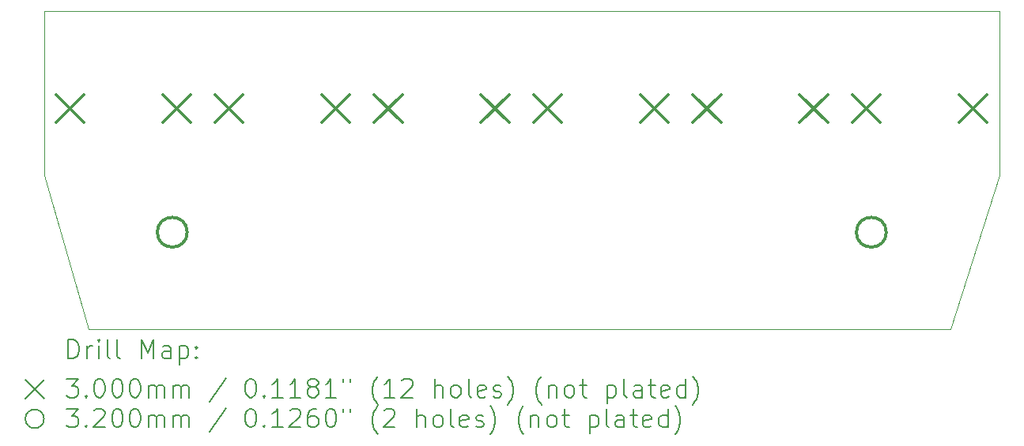
<source format=gbr>
%TF.GenerationSoftware,KiCad,Pcbnew,8.0.1*%
%TF.CreationDate,2024-06-26T21:25:34+01:00*%
%TF.ProjectId,MINI_TRUNK_6_MAIN,4d494e49-5f54-4525-954e-4b5f365f4d41,rev?*%
%TF.SameCoordinates,Original*%
%TF.FileFunction,Drillmap*%
%TF.FilePolarity,Positive*%
%FSLAX45Y45*%
G04 Gerber Fmt 4.5, Leading zero omitted, Abs format (unit mm)*
G04 Created by KiCad (PCBNEW 8.0.1) date 2024-06-26 21:25:34*
%MOMM*%
%LPD*%
G01*
G04 APERTURE LIST*
%ADD10C,0.050000*%
%ADD11C,0.200000*%
%ADD12C,0.300000*%
%ADD13C,0.320000*%
G04 APERTURE END LIST*
D10*
X21129000Y-11918000D02*
X11898000Y-11918000D01*
X11427000Y-8507000D02*
X21654000Y-8507000D01*
X21654000Y-10272000D02*
X21129000Y-11918000D01*
X11427000Y-10272000D02*
X11898000Y-11918000D01*
X11427000Y-8507000D02*
X11427000Y-10272000D01*
X21654000Y-8507000D02*
X21654000Y-10272000D01*
D11*
D12*
X11550935Y-9404399D02*
X11850935Y-9704399D01*
X11850935Y-9404399D02*
X11550935Y-9704399D01*
X12693935Y-9404399D02*
X12993935Y-9704399D01*
X12993935Y-9404399D02*
X12693935Y-9704399D01*
X13256368Y-9404399D02*
X13556368Y-9704399D01*
X13556368Y-9404399D02*
X13256368Y-9704399D01*
X14399368Y-9404399D02*
X14699368Y-9704399D01*
X14699368Y-9404399D02*
X14399368Y-9704399D01*
X14961802Y-9404399D02*
X15261802Y-9704399D01*
X15261802Y-9404399D02*
X14961802Y-9704399D01*
X16104802Y-9404399D02*
X16404802Y-9704399D01*
X16404802Y-9404399D02*
X16104802Y-9704399D01*
X16667235Y-9404399D02*
X16967235Y-9704399D01*
X16967235Y-9404399D02*
X16667235Y-9704399D01*
X17810235Y-9404399D02*
X18110235Y-9704399D01*
X18110235Y-9404399D02*
X17810235Y-9704399D01*
X18372669Y-9404399D02*
X18672669Y-9704399D01*
X18672669Y-9404399D02*
X18372669Y-9704399D01*
X19515669Y-9404399D02*
X19815669Y-9704399D01*
X19815669Y-9404399D02*
X19515669Y-9704399D01*
X20078102Y-9404399D02*
X20378102Y-9704399D01*
X20378102Y-9404399D02*
X20078102Y-9704399D01*
X21221102Y-9404399D02*
X21521102Y-9704399D01*
X21521102Y-9404399D02*
X21221102Y-9704399D01*
D13*
X12958000Y-10879000D02*
G75*
G02*
X12638000Y-10879000I-160000J0D01*
G01*
X12638000Y-10879000D02*
G75*
G02*
X12958000Y-10879000I160000J0D01*
G01*
X20443000Y-10879000D02*
G75*
G02*
X20123000Y-10879000I-160000J0D01*
G01*
X20123000Y-10879000D02*
G75*
G02*
X20443000Y-10879000I160000J0D01*
G01*
D11*
X11685277Y-12231984D02*
X11685277Y-12031984D01*
X11685277Y-12031984D02*
X11732896Y-12031984D01*
X11732896Y-12031984D02*
X11761467Y-12041508D01*
X11761467Y-12041508D02*
X11780515Y-12060555D01*
X11780515Y-12060555D02*
X11790039Y-12079603D01*
X11790039Y-12079603D02*
X11799562Y-12117698D01*
X11799562Y-12117698D02*
X11799562Y-12146269D01*
X11799562Y-12146269D02*
X11790039Y-12184365D01*
X11790039Y-12184365D02*
X11780515Y-12203412D01*
X11780515Y-12203412D02*
X11761467Y-12222460D01*
X11761467Y-12222460D02*
X11732896Y-12231984D01*
X11732896Y-12231984D02*
X11685277Y-12231984D01*
X11885277Y-12231984D02*
X11885277Y-12098650D01*
X11885277Y-12136746D02*
X11894801Y-12117698D01*
X11894801Y-12117698D02*
X11904324Y-12108174D01*
X11904324Y-12108174D02*
X11923372Y-12098650D01*
X11923372Y-12098650D02*
X11942420Y-12098650D01*
X12009086Y-12231984D02*
X12009086Y-12098650D01*
X12009086Y-12031984D02*
X11999562Y-12041508D01*
X11999562Y-12041508D02*
X12009086Y-12051031D01*
X12009086Y-12051031D02*
X12018610Y-12041508D01*
X12018610Y-12041508D02*
X12009086Y-12031984D01*
X12009086Y-12031984D02*
X12009086Y-12051031D01*
X12132896Y-12231984D02*
X12113848Y-12222460D01*
X12113848Y-12222460D02*
X12104324Y-12203412D01*
X12104324Y-12203412D02*
X12104324Y-12031984D01*
X12237658Y-12231984D02*
X12218610Y-12222460D01*
X12218610Y-12222460D02*
X12209086Y-12203412D01*
X12209086Y-12203412D02*
X12209086Y-12031984D01*
X12466229Y-12231984D02*
X12466229Y-12031984D01*
X12466229Y-12031984D02*
X12532896Y-12174841D01*
X12532896Y-12174841D02*
X12599562Y-12031984D01*
X12599562Y-12031984D02*
X12599562Y-12231984D01*
X12780515Y-12231984D02*
X12780515Y-12127222D01*
X12780515Y-12127222D02*
X12770991Y-12108174D01*
X12770991Y-12108174D02*
X12751943Y-12098650D01*
X12751943Y-12098650D02*
X12713848Y-12098650D01*
X12713848Y-12098650D02*
X12694801Y-12108174D01*
X12780515Y-12222460D02*
X12761467Y-12231984D01*
X12761467Y-12231984D02*
X12713848Y-12231984D01*
X12713848Y-12231984D02*
X12694801Y-12222460D01*
X12694801Y-12222460D02*
X12685277Y-12203412D01*
X12685277Y-12203412D02*
X12685277Y-12184365D01*
X12685277Y-12184365D02*
X12694801Y-12165317D01*
X12694801Y-12165317D02*
X12713848Y-12155793D01*
X12713848Y-12155793D02*
X12761467Y-12155793D01*
X12761467Y-12155793D02*
X12780515Y-12146269D01*
X12875753Y-12098650D02*
X12875753Y-12298650D01*
X12875753Y-12108174D02*
X12894801Y-12098650D01*
X12894801Y-12098650D02*
X12932896Y-12098650D01*
X12932896Y-12098650D02*
X12951943Y-12108174D01*
X12951943Y-12108174D02*
X12961467Y-12117698D01*
X12961467Y-12117698D02*
X12970991Y-12136746D01*
X12970991Y-12136746D02*
X12970991Y-12193888D01*
X12970991Y-12193888D02*
X12961467Y-12212936D01*
X12961467Y-12212936D02*
X12951943Y-12222460D01*
X12951943Y-12222460D02*
X12932896Y-12231984D01*
X12932896Y-12231984D02*
X12894801Y-12231984D01*
X12894801Y-12231984D02*
X12875753Y-12222460D01*
X13056705Y-12212936D02*
X13066229Y-12222460D01*
X13066229Y-12222460D02*
X13056705Y-12231984D01*
X13056705Y-12231984D02*
X13047182Y-12222460D01*
X13047182Y-12222460D02*
X13056705Y-12212936D01*
X13056705Y-12212936D02*
X13056705Y-12231984D01*
X13056705Y-12108174D02*
X13066229Y-12117698D01*
X13066229Y-12117698D02*
X13056705Y-12127222D01*
X13056705Y-12127222D02*
X13047182Y-12117698D01*
X13047182Y-12117698D02*
X13056705Y-12108174D01*
X13056705Y-12108174D02*
X13056705Y-12127222D01*
X11224500Y-12460500D02*
X11424500Y-12660500D01*
X11424500Y-12460500D02*
X11224500Y-12660500D01*
X11666229Y-12451984D02*
X11790039Y-12451984D01*
X11790039Y-12451984D02*
X11723372Y-12528174D01*
X11723372Y-12528174D02*
X11751943Y-12528174D01*
X11751943Y-12528174D02*
X11770991Y-12537698D01*
X11770991Y-12537698D02*
X11780515Y-12547222D01*
X11780515Y-12547222D02*
X11790039Y-12566269D01*
X11790039Y-12566269D02*
X11790039Y-12613888D01*
X11790039Y-12613888D02*
X11780515Y-12632936D01*
X11780515Y-12632936D02*
X11770991Y-12642460D01*
X11770991Y-12642460D02*
X11751943Y-12651984D01*
X11751943Y-12651984D02*
X11694801Y-12651984D01*
X11694801Y-12651984D02*
X11675753Y-12642460D01*
X11675753Y-12642460D02*
X11666229Y-12632936D01*
X11875753Y-12632936D02*
X11885277Y-12642460D01*
X11885277Y-12642460D02*
X11875753Y-12651984D01*
X11875753Y-12651984D02*
X11866229Y-12642460D01*
X11866229Y-12642460D02*
X11875753Y-12632936D01*
X11875753Y-12632936D02*
X11875753Y-12651984D01*
X12009086Y-12451984D02*
X12028134Y-12451984D01*
X12028134Y-12451984D02*
X12047182Y-12461508D01*
X12047182Y-12461508D02*
X12056705Y-12471031D01*
X12056705Y-12471031D02*
X12066229Y-12490079D01*
X12066229Y-12490079D02*
X12075753Y-12528174D01*
X12075753Y-12528174D02*
X12075753Y-12575793D01*
X12075753Y-12575793D02*
X12066229Y-12613888D01*
X12066229Y-12613888D02*
X12056705Y-12632936D01*
X12056705Y-12632936D02*
X12047182Y-12642460D01*
X12047182Y-12642460D02*
X12028134Y-12651984D01*
X12028134Y-12651984D02*
X12009086Y-12651984D01*
X12009086Y-12651984D02*
X11990039Y-12642460D01*
X11990039Y-12642460D02*
X11980515Y-12632936D01*
X11980515Y-12632936D02*
X11970991Y-12613888D01*
X11970991Y-12613888D02*
X11961467Y-12575793D01*
X11961467Y-12575793D02*
X11961467Y-12528174D01*
X11961467Y-12528174D02*
X11970991Y-12490079D01*
X11970991Y-12490079D02*
X11980515Y-12471031D01*
X11980515Y-12471031D02*
X11990039Y-12461508D01*
X11990039Y-12461508D02*
X12009086Y-12451984D01*
X12199562Y-12451984D02*
X12218610Y-12451984D01*
X12218610Y-12451984D02*
X12237658Y-12461508D01*
X12237658Y-12461508D02*
X12247182Y-12471031D01*
X12247182Y-12471031D02*
X12256705Y-12490079D01*
X12256705Y-12490079D02*
X12266229Y-12528174D01*
X12266229Y-12528174D02*
X12266229Y-12575793D01*
X12266229Y-12575793D02*
X12256705Y-12613888D01*
X12256705Y-12613888D02*
X12247182Y-12632936D01*
X12247182Y-12632936D02*
X12237658Y-12642460D01*
X12237658Y-12642460D02*
X12218610Y-12651984D01*
X12218610Y-12651984D02*
X12199562Y-12651984D01*
X12199562Y-12651984D02*
X12180515Y-12642460D01*
X12180515Y-12642460D02*
X12170991Y-12632936D01*
X12170991Y-12632936D02*
X12161467Y-12613888D01*
X12161467Y-12613888D02*
X12151943Y-12575793D01*
X12151943Y-12575793D02*
X12151943Y-12528174D01*
X12151943Y-12528174D02*
X12161467Y-12490079D01*
X12161467Y-12490079D02*
X12170991Y-12471031D01*
X12170991Y-12471031D02*
X12180515Y-12461508D01*
X12180515Y-12461508D02*
X12199562Y-12451984D01*
X12390039Y-12451984D02*
X12409086Y-12451984D01*
X12409086Y-12451984D02*
X12428134Y-12461508D01*
X12428134Y-12461508D02*
X12437658Y-12471031D01*
X12437658Y-12471031D02*
X12447182Y-12490079D01*
X12447182Y-12490079D02*
X12456705Y-12528174D01*
X12456705Y-12528174D02*
X12456705Y-12575793D01*
X12456705Y-12575793D02*
X12447182Y-12613888D01*
X12447182Y-12613888D02*
X12437658Y-12632936D01*
X12437658Y-12632936D02*
X12428134Y-12642460D01*
X12428134Y-12642460D02*
X12409086Y-12651984D01*
X12409086Y-12651984D02*
X12390039Y-12651984D01*
X12390039Y-12651984D02*
X12370991Y-12642460D01*
X12370991Y-12642460D02*
X12361467Y-12632936D01*
X12361467Y-12632936D02*
X12351943Y-12613888D01*
X12351943Y-12613888D02*
X12342420Y-12575793D01*
X12342420Y-12575793D02*
X12342420Y-12528174D01*
X12342420Y-12528174D02*
X12351943Y-12490079D01*
X12351943Y-12490079D02*
X12361467Y-12471031D01*
X12361467Y-12471031D02*
X12370991Y-12461508D01*
X12370991Y-12461508D02*
X12390039Y-12451984D01*
X12542420Y-12651984D02*
X12542420Y-12518650D01*
X12542420Y-12537698D02*
X12551943Y-12528174D01*
X12551943Y-12528174D02*
X12570991Y-12518650D01*
X12570991Y-12518650D02*
X12599563Y-12518650D01*
X12599563Y-12518650D02*
X12618610Y-12528174D01*
X12618610Y-12528174D02*
X12628134Y-12547222D01*
X12628134Y-12547222D02*
X12628134Y-12651984D01*
X12628134Y-12547222D02*
X12637658Y-12528174D01*
X12637658Y-12528174D02*
X12656705Y-12518650D01*
X12656705Y-12518650D02*
X12685277Y-12518650D01*
X12685277Y-12518650D02*
X12704324Y-12528174D01*
X12704324Y-12528174D02*
X12713848Y-12547222D01*
X12713848Y-12547222D02*
X12713848Y-12651984D01*
X12809086Y-12651984D02*
X12809086Y-12518650D01*
X12809086Y-12537698D02*
X12818610Y-12528174D01*
X12818610Y-12528174D02*
X12837658Y-12518650D01*
X12837658Y-12518650D02*
X12866229Y-12518650D01*
X12866229Y-12518650D02*
X12885277Y-12528174D01*
X12885277Y-12528174D02*
X12894801Y-12547222D01*
X12894801Y-12547222D02*
X12894801Y-12651984D01*
X12894801Y-12547222D02*
X12904324Y-12528174D01*
X12904324Y-12528174D02*
X12923372Y-12518650D01*
X12923372Y-12518650D02*
X12951943Y-12518650D01*
X12951943Y-12518650D02*
X12970991Y-12528174D01*
X12970991Y-12528174D02*
X12980515Y-12547222D01*
X12980515Y-12547222D02*
X12980515Y-12651984D01*
X13370991Y-12442460D02*
X13199563Y-12699603D01*
X13628134Y-12451984D02*
X13647182Y-12451984D01*
X13647182Y-12451984D02*
X13666229Y-12461508D01*
X13666229Y-12461508D02*
X13675753Y-12471031D01*
X13675753Y-12471031D02*
X13685277Y-12490079D01*
X13685277Y-12490079D02*
X13694801Y-12528174D01*
X13694801Y-12528174D02*
X13694801Y-12575793D01*
X13694801Y-12575793D02*
X13685277Y-12613888D01*
X13685277Y-12613888D02*
X13675753Y-12632936D01*
X13675753Y-12632936D02*
X13666229Y-12642460D01*
X13666229Y-12642460D02*
X13647182Y-12651984D01*
X13647182Y-12651984D02*
X13628134Y-12651984D01*
X13628134Y-12651984D02*
X13609086Y-12642460D01*
X13609086Y-12642460D02*
X13599563Y-12632936D01*
X13599563Y-12632936D02*
X13590039Y-12613888D01*
X13590039Y-12613888D02*
X13580515Y-12575793D01*
X13580515Y-12575793D02*
X13580515Y-12528174D01*
X13580515Y-12528174D02*
X13590039Y-12490079D01*
X13590039Y-12490079D02*
X13599563Y-12471031D01*
X13599563Y-12471031D02*
X13609086Y-12461508D01*
X13609086Y-12461508D02*
X13628134Y-12451984D01*
X13780515Y-12632936D02*
X13790039Y-12642460D01*
X13790039Y-12642460D02*
X13780515Y-12651984D01*
X13780515Y-12651984D02*
X13770991Y-12642460D01*
X13770991Y-12642460D02*
X13780515Y-12632936D01*
X13780515Y-12632936D02*
X13780515Y-12651984D01*
X13980515Y-12651984D02*
X13866229Y-12651984D01*
X13923372Y-12651984D02*
X13923372Y-12451984D01*
X13923372Y-12451984D02*
X13904325Y-12480555D01*
X13904325Y-12480555D02*
X13885277Y-12499603D01*
X13885277Y-12499603D02*
X13866229Y-12509127D01*
X14170991Y-12651984D02*
X14056706Y-12651984D01*
X14113848Y-12651984D02*
X14113848Y-12451984D01*
X14113848Y-12451984D02*
X14094801Y-12480555D01*
X14094801Y-12480555D02*
X14075753Y-12499603D01*
X14075753Y-12499603D02*
X14056706Y-12509127D01*
X14285277Y-12537698D02*
X14266229Y-12528174D01*
X14266229Y-12528174D02*
X14256706Y-12518650D01*
X14256706Y-12518650D02*
X14247182Y-12499603D01*
X14247182Y-12499603D02*
X14247182Y-12490079D01*
X14247182Y-12490079D02*
X14256706Y-12471031D01*
X14256706Y-12471031D02*
X14266229Y-12461508D01*
X14266229Y-12461508D02*
X14285277Y-12451984D01*
X14285277Y-12451984D02*
X14323372Y-12451984D01*
X14323372Y-12451984D02*
X14342420Y-12461508D01*
X14342420Y-12461508D02*
X14351944Y-12471031D01*
X14351944Y-12471031D02*
X14361467Y-12490079D01*
X14361467Y-12490079D02*
X14361467Y-12499603D01*
X14361467Y-12499603D02*
X14351944Y-12518650D01*
X14351944Y-12518650D02*
X14342420Y-12528174D01*
X14342420Y-12528174D02*
X14323372Y-12537698D01*
X14323372Y-12537698D02*
X14285277Y-12537698D01*
X14285277Y-12537698D02*
X14266229Y-12547222D01*
X14266229Y-12547222D02*
X14256706Y-12556746D01*
X14256706Y-12556746D02*
X14247182Y-12575793D01*
X14247182Y-12575793D02*
X14247182Y-12613888D01*
X14247182Y-12613888D02*
X14256706Y-12632936D01*
X14256706Y-12632936D02*
X14266229Y-12642460D01*
X14266229Y-12642460D02*
X14285277Y-12651984D01*
X14285277Y-12651984D02*
X14323372Y-12651984D01*
X14323372Y-12651984D02*
X14342420Y-12642460D01*
X14342420Y-12642460D02*
X14351944Y-12632936D01*
X14351944Y-12632936D02*
X14361467Y-12613888D01*
X14361467Y-12613888D02*
X14361467Y-12575793D01*
X14361467Y-12575793D02*
X14351944Y-12556746D01*
X14351944Y-12556746D02*
X14342420Y-12547222D01*
X14342420Y-12547222D02*
X14323372Y-12537698D01*
X14551944Y-12651984D02*
X14437658Y-12651984D01*
X14494801Y-12651984D02*
X14494801Y-12451984D01*
X14494801Y-12451984D02*
X14475753Y-12480555D01*
X14475753Y-12480555D02*
X14456706Y-12499603D01*
X14456706Y-12499603D02*
X14437658Y-12509127D01*
X14628134Y-12451984D02*
X14628134Y-12490079D01*
X14704325Y-12451984D02*
X14704325Y-12490079D01*
X14999563Y-12728174D02*
X14990039Y-12718650D01*
X14990039Y-12718650D02*
X14970991Y-12690079D01*
X14970991Y-12690079D02*
X14961468Y-12671031D01*
X14961468Y-12671031D02*
X14951944Y-12642460D01*
X14951944Y-12642460D02*
X14942420Y-12594841D01*
X14942420Y-12594841D02*
X14942420Y-12556746D01*
X14942420Y-12556746D02*
X14951944Y-12509127D01*
X14951944Y-12509127D02*
X14961468Y-12480555D01*
X14961468Y-12480555D02*
X14970991Y-12461508D01*
X14970991Y-12461508D02*
X14990039Y-12432936D01*
X14990039Y-12432936D02*
X14999563Y-12423412D01*
X15180515Y-12651984D02*
X15066229Y-12651984D01*
X15123372Y-12651984D02*
X15123372Y-12451984D01*
X15123372Y-12451984D02*
X15104325Y-12480555D01*
X15104325Y-12480555D02*
X15085277Y-12499603D01*
X15085277Y-12499603D02*
X15066229Y-12509127D01*
X15256706Y-12471031D02*
X15266229Y-12461508D01*
X15266229Y-12461508D02*
X15285277Y-12451984D01*
X15285277Y-12451984D02*
X15332896Y-12451984D01*
X15332896Y-12451984D02*
X15351944Y-12461508D01*
X15351944Y-12461508D02*
X15361468Y-12471031D01*
X15361468Y-12471031D02*
X15370991Y-12490079D01*
X15370991Y-12490079D02*
X15370991Y-12509127D01*
X15370991Y-12509127D02*
X15361468Y-12537698D01*
X15361468Y-12537698D02*
X15247182Y-12651984D01*
X15247182Y-12651984D02*
X15370991Y-12651984D01*
X15609087Y-12651984D02*
X15609087Y-12451984D01*
X15694801Y-12651984D02*
X15694801Y-12547222D01*
X15694801Y-12547222D02*
X15685277Y-12528174D01*
X15685277Y-12528174D02*
X15666230Y-12518650D01*
X15666230Y-12518650D02*
X15637658Y-12518650D01*
X15637658Y-12518650D02*
X15618610Y-12528174D01*
X15618610Y-12528174D02*
X15609087Y-12537698D01*
X15818610Y-12651984D02*
X15799563Y-12642460D01*
X15799563Y-12642460D02*
X15790039Y-12632936D01*
X15790039Y-12632936D02*
X15780515Y-12613888D01*
X15780515Y-12613888D02*
X15780515Y-12556746D01*
X15780515Y-12556746D02*
X15790039Y-12537698D01*
X15790039Y-12537698D02*
X15799563Y-12528174D01*
X15799563Y-12528174D02*
X15818610Y-12518650D01*
X15818610Y-12518650D02*
X15847182Y-12518650D01*
X15847182Y-12518650D02*
X15866230Y-12528174D01*
X15866230Y-12528174D02*
X15875753Y-12537698D01*
X15875753Y-12537698D02*
X15885277Y-12556746D01*
X15885277Y-12556746D02*
X15885277Y-12613888D01*
X15885277Y-12613888D02*
X15875753Y-12632936D01*
X15875753Y-12632936D02*
X15866230Y-12642460D01*
X15866230Y-12642460D02*
X15847182Y-12651984D01*
X15847182Y-12651984D02*
X15818610Y-12651984D01*
X15999563Y-12651984D02*
X15980515Y-12642460D01*
X15980515Y-12642460D02*
X15970991Y-12623412D01*
X15970991Y-12623412D02*
X15970991Y-12451984D01*
X16151944Y-12642460D02*
X16132896Y-12651984D01*
X16132896Y-12651984D02*
X16094801Y-12651984D01*
X16094801Y-12651984D02*
X16075753Y-12642460D01*
X16075753Y-12642460D02*
X16066230Y-12623412D01*
X16066230Y-12623412D02*
X16066230Y-12547222D01*
X16066230Y-12547222D02*
X16075753Y-12528174D01*
X16075753Y-12528174D02*
X16094801Y-12518650D01*
X16094801Y-12518650D02*
X16132896Y-12518650D01*
X16132896Y-12518650D02*
X16151944Y-12528174D01*
X16151944Y-12528174D02*
X16161468Y-12547222D01*
X16161468Y-12547222D02*
X16161468Y-12566269D01*
X16161468Y-12566269D02*
X16066230Y-12585317D01*
X16237658Y-12642460D02*
X16256706Y-12651984D01*
X16256706Y-12651984D02*
X16294801Y-12651984D01*
X16294801Y-12651984D02*
X16313849Y-12642460D01*
X16313849Y-12642460D02*
X16323372Y-12623412D01*
X16323372Y-12623412D02*
X16323372Y-12613888D01*
X16323372Y-12613888D02*
X16313849Y-12594841D01*
X16313849Y-12594841D02*
X16294801Y-12585317D01*
X16294801Y-12585317D02*
X16266230Y-12585317D01*
X16266230Y-12585317D02*
X16247182Y-12575793D01*
X16247182Y-12575793D02*
X16237658Y-12556746D01*
X16237658Y-12556746D02*
X16237658Y-12547222D01*
X16237658Y-12547222D02*
X16247182Y-12528174D01*
X16247182Y-12528174D02*
X16266230Y-12518650D01*
X16266230Y-12518650D02*
X16294801Y-12518650D01*
X16294801Y-12518650D02*
X16313849Y-12528174D01*
X16390039Y-12728174D02*
X16399563Y-12718650D01*
X16399563Y-12718650D02*
X16418611Y-12690079D01*
X16418611Y-12690079D02*
X16428134Y-12671031D01*
X16428134Y-12671031D02*
X16437658Y-12642460D01*
X16437658Y-12642460D02*
X16447182Y-12594841D01*
X16447182Y-12594841D02*
X16447182Y-12556746D01*
X16447182Y-12556746D02*
X16437658Y-12509127D01*
X16437658Y-12509127D02*
X16428134Y-12480555D01*
X16428134Y-12480555D02*
X16418611Y-12461508D01*
X16418611Y-12461508D02*
X16399563Y-12432936D01*
X16399563Y-12432936D02*
X16390039Y-12423412D01*
X16751944Y-12728174D02*
X16742420Y-12718650D01*
X16742420Y-12718650D02*
X16723372Y-12690079D01*
X16723372Y-12690079D02*
X16713849Y-12671031D01*
X16713849Y-12671031D02*
X16704325Y-12642460D01*
X16704325Y-12642460D02*
X16694801Y-12594841D01*
X16694801Y-12594841D02*
X16694801Y-12556746D01*
X16694801Y-12556746D02*
X16704325Y-12509127D01*
X16704325Y-12509127D02*
X16713849Y-12480555D01*
X16713849Y-12480555D02*
X16723372Y-12461508D01*
X16723372Y-12461508D02*
X16742420Y-12432936D01*
X16742420Y-12432936D02*
X16751944Y-12423412D01*
X16828134Y-12518650D02*
X16828134Y-12651984D01*
X16828134Y-12537698D02*
X16837658Y-12528174D01*
X16837658Y-12528174D02*
X16856706Y-12518650D01*
X16856706Y-12518650D02*
X16885277Y-12518650D01*
X16885277Y-12518650D02*
X16904325Y-12528174D01*
X16904325Y-12528174D02*
X16913849Y-12547222D01*
X16913849Y-12547222D02*
X16913849Y-12651984D01*
X17037658Y-12651984D02*
X17018611Y-12642460D01*
X17018611Y-12642460D02*
X17009087Y-12632936D01*
X17009087Y-12632936D02*
X16999563Y-12613888D01*
X16999563Y-12613888D02*
X16999563Y-12556746D01*
X16999563Y-12556746D02*
X17009087Y-12537698D01*
X17009087Y-12537698D02*
X17018611Y-12528174D01*
X17018611Y-12528174D02*
X17037658Y-12518650D01*
X17037658Y-12518650D02*
X17066230Y-12518650D01*
X17066230Y-12518650D02*
X17085277Y-12528174D01*
X17085277Y-12528174D02*
X17094801Y-12537698D01*
X17094801Y-12537698D02*
X17104325Y-12556746D01*
X17104325Y-12556746D02*
X17104325Y-12613888D01*
X17104325Y-12613888D02*
X17094801Y-12632936D01*
X17094801Y-12632936D02*
X17085277Y-12642460D01*
X17085277Y-12642460D02*
X17066230Y-12651984D01*
X17066230Y-12651984D02*
X17037658Y-12651984D01*
X17161468Y-12518650D02*
X17237658Y-12518650D01*
X17190039Y-12451984D02*
X17190039Y-12623412D01*
X17190039Y-12623412D02*
X17199563Y-12642460D01*
X17199563Y-12642460D02*
X17218611Y-12651984D01*
X17218611Y-12651984D02*
X17237658Y-12651984D01*
X17456706Y-12518650D02*
X17456706Y-12718650D01*
X17456706Y-12528174D02*
X17475754Y-12518650D01*
X17475754Y-12518650D02*
X17513849Y-12518650D01*
X17513849Y-12518650D02*
X17532896Y-12528174D01*
X17532896Y-12528174D02*
X17542420Y-12537698D01*
X17542420Y-12537698D02*
X17551944Y-12556746D01*
X17551944Y-12556746D02*
X17551944Y-12613888D01*
X17551944Y-12613888D02*
X17542420Y-12632936D01*
X17542420Y-12632936D02*
X17532896Y-12642460D01*
X17532896Y-12642460D02*
X17513849Y-12651984D01*
X17513849Y-12651984D02*
X17475754Y-12651984D01*
X17475754Y-12651984D02*
X17456706Y-12642460D01*
X17666230Y-12651984D02*
X17647182Y-12642460D01*
X17647182Y-12642460D02*
X17637658Y-12623412D01*
X17637658Y-12623412D02*
X17637658Y-12451984D01*
X17828135Y-12651984D02*
X17828135Y-12547222D01*
X17828135Y-12547222D02*
X17818611Y-12528174D01*
X17818611Y-12528174D02*
X17799563Y-12518650D01*
X17799563Y-12518650D02*
X17761468Y-12518650D01*
X17761468Y-12518650D02*
X17742420Y-12528174D01*
X17828135Y-12642460D02*
X17809087Y-12651984D01*
X17809087Y-12651984D02*
X17761468Y-12651984D01*
X17761468Y-12651984D02*
X17742420Y-12642460D01*
X17742420Y-12642460D02*
X17732896Y-12623412D01*
X17732896Y-12623412D02*
X17732896Y-12604365D01*
X17732896Y-12604365D02*
X17742420Y-12585317D01*
X17742420Y-12585317D02*
X17761468Y-12575793D01*
X17761468Y-12575793D02*
X17809087Y-12575793D01*
X17809087Y-12575793D02*
X17828135Y-12566269D01*
X17894801Y-12518650D02*
X17970992Y-12518650D01*
X17923373Y-12451984D02*
X17923373Y-12623412D01*
X17923373Y-12623412D02*
X17932896Y-12642460D01*
X17932896Y-12642460D02*
X17951944Y-12651984D01*
X17951944Y-12651984D02*
X17970992Y-12651984D01*
X18113849Y-12642460D02*
X18094801Y-12651984D01*
X18094801Y-12651984D02*
X18056706Y-12651984D01*
X18056706Y-12651984D02*
X18037658Y-12642460D01*
X18037658Y-12642460D02*
X18028135Y-12623412D01*
X18028135Y-12623412D02*
X18028135Y-12547222D01*
X18028135Y-12547222D02*
X18037658Y-12528174D01*
X18037658Y-12528174D02*
X18056706Y-12518650D01*
X18056706Y-12518650D02*
X18094801Y-12518650D01*
X18094801Y-12518650D02*
X18113849Y-12528174D01*
X18113849Y-12528174D02*
X18123373Y-12547222D01*
X18123373Y-12547222D02*
X18123373Y-12566269D01*
X18123373Y-12566269D02*
X18028135Y-12585317D01*
X18294801Y-12651984D02*
X18294801Y-12451984D01*
X18294801Y-12642460D02*
X18275754Y-12651984D01*
X18275754Y-12651984D02*
X18237658Y-12651984D01*
X18237658Y-12651984D02*
X18218611Y-12642460D01*
X18218611Y-12642460D02*
X18209087Y-12632936D01*
X18209087Y-12632936D02*
X18199563Y-12613888D01*
X18199563Y-12613888D02*
X18199563Y-12556746D01*
X18199563Y-12556746D02*
X18209087Y-12537698D01*
X18209087Y-12537698D02*
X18218611Y-12528174D01*
X18218611Y-12528174D02*
X18237658Y-12518650D01*
X18237658Y-12518650D02*
X18275754Y-12518650D01*
X18275754Y-12518650D02*
X18294801Y-12528174D01*
X18370992Y-12728174D02*
X18380516Y-12718650D01*
X18380516Y-12718650D02*
X18399563Y-12690079D01*
X18399563Y-12690079D02*
X18409087Y-12671031D01*
X18409087Y-12671031D02*
X18418611Y-12642460D01*
X18418611Y-12642460D02*
X18428135Y-12594841D01*
X18428135Y-12594841D02*
X18428135Y-12556746D01*
X18428135Y-12556746D02*
X18418611Y-12509127D01*
X18418611Y-12509127D02*
X18409087Y-12480555D01*
X18409087Y-12480555D02*
X18399563Y-12461508D01*
X18399563Y-12461508D02*
X18380516Y-12432936D01*
X18380516Y-12432936D02*
X18370992Y-12423412D01*
X11424500Y-12880500D02*
G75*
G02*
X11224500Y-12880500I-100000J0D01*
G01*
X11224500Y-12880500D02*
G75*
G02*
X11424500Y-12880500I100000J0D01*
G01*
X11666229Y-12771984D02*
X11790039Y-12771984D01*
X11790039Y-12771984D02*
X11723372Y-12848174D01*
X11723372Y-12848174D02*
X11751943Y-12848174D01*
X11751943Y-12848174D02*
X11770991Y-12857698D01*
X11770991Y-12857698D02*
X11780515Y-12867222D01*
X11780515Y-12867222D02*
X11790039Y-12886269D01*
X11790039Y-12886269D02*
X11790039Y-12933888D01*
X11790039Y-12933888D02*
X11780515Y-12952936D01*
X11780515Y-12952936D02*
X11770991Y-12962460D01*
X11770991Y-12962460D02*
X11751943Y-12971984D01*
X11751943Y-12971984D02*
X11694801Y-12971984D01*
X11694801Y-12971984D02*
X11675753Y-12962460D01*
X11675753Y-12962460D02*
X11666229Y-12952936D01*
X11875753Y-12952936D02*
X11885277Y-12962460D01*
X11885277Y-12962460D02*
X11875753Y-12971984D01*
X11875753Y-12971984D02*
X11866229Y-12962460D01*
X11866229Y-12962460D02*
X11875753Y-12952936D01*
X11875753Y-12952936D02*
X11875753Y-12971984D01*
X11961467Y-12791031D02*
X11970991Y-12781508D01*
X11970991Y-12781508D02*
X11990039Y-12771984D01*
X11990039Y-12771984D02*
X12037658Y-12771984D01*
X12037658Y-12771984D02*
X12056705Y-12781508D01*
X12056705Y-12781508D02*
X12066229Y-12791031D01*
X12066229Y-12791031D02*
X12075753Y-12810079D01*
X12075753Y-12810079D02*
X12075753Y-12829127D01*
X12075753Y-12829127D02*
X12066229Y-12857698D01*
X12066229Y-12857698D02*
X11951943Y-12971984D01*
X11951943Y-12971984D02*
X12075753Y-12971984D01*
X12199562Y-12771984D02*
X12218610Y-12771984D01*
X12218610Y-12771984D02*
X12237658Y-12781508D01*
X12237658Y-12781508D02*
X12247182Y-12791031D01*
X12247182Y-12791031D02*
X12256705Y-12810079D01*
X12256705Y-12810079D02*
X12266229Y-12848174D01*
X12266229Y-12848174D02*
X12266229Y-12895793D01*
X12266229Y-12895793D02*
X12256705Y-12933888D01*
X12256705Y-12933888D02*
X12247182Y-12952936D01*
X12247182Y-12952936D02*
X12237658Y-12962460D01*
X12237658Y-12962460D02*
X12218610Y-12971984D01*
X12218610Y-12971984D02*
X12199562Y-12971984D01*
X12199562Y-12971984D02*
X12180515Y-12962460D01*
X12180515Y-12962460D02*
X12170991Y-12952936D01*
X12170991Y-12952936D02*
X12161467Y-12933888D01*
X12161467Y-12933888D02*
X12151943Y-12895793D01*
X12151943Y-12895793D02*
X12151943Y-12848174D01*
X12151943Y-12848174D02*
X12161467Y-12810079D01*
X12161467Y-12810079D02*
X12170991Y-12791031D01*
X12170991Y-12791031D02*
X12180515Y-12781508D01*
X12180515Y-12781508D02*
X12199562Y-12771984D01*
X12390039Y-12771984D02*
X12409086Y-12771984D01*
X12409086Y-12771984D02*
X12428134Y-12781508D01*
X12428134Y-12781508D02*
X12437658Y-12791031D01*
X12437658Y-12791031D02*
X12447182Y-12810079D01*
X12447182Y-12810079D02*
X12456705Y-12848174D01*
X12456705Y-12848174D02*
X12456705Y-12895793D01*
X12456705Y-12895793D02*
X12447182Y-12933888D01*
X12447182Y-12933888D02*
X12437658Y-12952936D01*
X12437658Y-12952936D02*
X12428134Y-12962460D01*
X12428134Y-12962460D02*
X12409086Y-12971984D01*
X12409086Y-12971984D02*
X12390039Y-12971984D01*
X12390039Y-12971984D02*
X12370991Y-12962460D01*
X12370991Y-12962460D02*
X12361467Y-12952936D01*
X12361467Y-12952936D02*
X12351943Y-12933888D01*
X12351943Y-12933888D02*
X12342420Y-12895793D01*
X12342420Y-12895793D02*
X12342420Y-12848174D01*
X12342420Y-12848174D02*
X12351943Y-12810079D01*
X12351943Y-12810079D02*
X12361467Y-12791031D01*
X12361467Y-12791031D02*
X12370991Y-12781508D01*
X12370991Y-12781508D02*
X12390039Y-12771984D01*
X12542420Y-12971984D02*
X12542420Y-12838650D01*
X12542420Y-12857698D02*
X12551943Y-12848174D01*
X12551943Y-12848174D02*
X12570991Y-12838650D01*
X12570991Y-12838650D02*
X12599563Y-12838650D01*
X12599563Y-12838650D02*
X12618610Y-12848174D01*
X12618610Y-12848174D02*
X12628134Y-12867222D01*
X12628134Y-12867222D02*
X12628134Y-12971984D01*
X12628134Y-12867222D02*
X12637658Y-12848174D01*
X12637658Y-12848174D02*
X12656705Y-12838650D01*
X12656705Y-12838650D02*
X12685277Y-12838650D01*
X12685277Y-12838650D02*
X12704324Y-12848174D01*
X12704324Y-12848174D02*
X12713848Y-12867222D01*
X12713848Y-12867222D02*
X12713848Y-12971984D01*
X12809086Y-12971984D02*
X12809086Y-12838650D01*
X12809086Y-12857698D02*
X12818610Y-12848174D01*
X12818610Y-12848174D02*
X12837658Y-12838650D01*
X12837658Y-12838650D02*
X12866229Y-12838650D01*
X12866229Y-12838650D02*
X12885277Y-12848174D01*
X12885277Y-12848174D02*
X12894801Y-12867222D01*
X12894801Y-12867222D02*
X12894801Y-12971984D01*
X12894801Y-12867222D02*
X12904324Y-12848174D01*
X12904324Y-12848174D02*
X12923372Y-12838650D01*
X12923372Y-12838650D02*
X12951943Y-12838650D01*
X12951943Y-12838650D02*
X12970991Y-12848174D01*
X12970991Y-12848174D02*
X12980515Y-12867222D01*
X12980515Y-12867222D02*
X12980515Y-12971984D01*
X13370991Y-12762460D02*
X13199563Y-13019603D01*
X13628134Y-12771984D02*
X13647182Y-12771984D01*
X13647182Y-12771984D02*
X13666229Y-12781508D01*
X13666229Y-12781508D02*
X13675753Y-12791031D01*
X13675753Y-12791031D02*
X13685277Y-12810079D01*
X13685277Y-12810079D02*
X13694801Y-12848174D01*
X13694801Y-12848174D02*
X13694801Y-12895793D01*
X13694801Y-12895793D02*
X13685277Y-12933888D01*
X13685277Y-12933888D02*
X13675753Y-12952936D01*
X13675753Y-12952936D02*
X13666229Y-12962460D01*
X13666229Y-12962460D02*
X13647182Y-12971984D01*
X13647182Y-12971984D02*
X13628134Y-12971984D01*
X13628134Y-12971984D02*
X13609086Y-12962460D01*
X13609086Y-12962460D02*
X13599563Y-12952936D01*
X13599563Y-12952936D02*
X13590039Y-12933888D01*
X13590039Y-12933888D02*
X13580515Y-12895793D01*
X13580515Y-12895793D02*
X13580515Y-12848174D01*
X13580515Y-12848174D02*
X13590039Y-12810079D01*
X13590039Y-12810079D02*
X13599563Y-12791031D01*
X13599563Y-12791031D02*
X13609086Y-12781508D01*
X13609086Y-12781508D02*
X13628134Y-12771984D01*
X13780515Y-12952936D02*
X13790039Y-12962460D01*
X13790039Y-12962460D02*
X13780515Y-12971984D01*
X13780515Y-12971984D02*
X13770991Y-12962460D01*
X13770991Y-12962460D02*
X13780515Y-12952936D01*
X13780515Y-12952936D02*
X13780515Y-12971984D01*
X13980515Y-12971984D02*
X13866229Y-12971984D01*
X13923372Y-12971984D02*
X13923372Y-12771984D01*
X13923372Y-12771984D02*
X13904325Y-12800555D01*
X13904325Y-12800555D02*
X13885277Y-12819603D01*
X13885277Y-12819603D02*
X13866229Y-12829127D01*
X14056706Y-12791031D02*
X14066229Y-12781508D01*
X14066229Y-12781508D02*
X14085277Y-12771984D01*
X14085277Y-12771984D02*
X14132896Y-12771984D01*
X14132896Y-12771984D02*
X14151944Y-12781508D01*
X14151944Y-12781508D02*
X14161467Y-12791031D01*
X14161467Y-12791031D02*
X14170991Y-12810079D01*
X14170991Y-12810079D02*
X14170991Y-12829127D01*
X14170991Y-12829127D02*
X14161467Y-12857698D01*
X14161467Y-12857698D02*
X14047182Y-12971984D01*
X14047182Y-12971984D02*
X14170991Y-12971984D01*
X14342420Y-12771984D02*
X14304325Y-12771984D01*
X14304325Y-12771984D02*
X14285277Y-12781508D01*
X14285277Y-12781508D02*
X14275753Y-12791031D01*
X14275753Y-12791031D02*
X14256706Y-12819603D01*
X14256706Y-12819603D02*
X14247182Y-12857698D01*
X14247182Y-12857698D02*
X14247182Y-12933888D01*
X14247182Y-12933888D02*
X14256706Y-12952936D01*
X14256706Y-12952936D02*
X14266229Y-12962460D01*
X14266229Y-12962460D02*
X14285277Y-12971984D01*
X14285277Y-12971984D02*
X14323372Y-12971984D01*
X14323372Y-12971984D02*
X14342420Y-12962460D01*
X14342420Y-12962460D02*
X14351944Y-12952936D01*
X14351944Y-12952936D02*
X14361467Y-12933888D01*
X14361467Y-12933888D02*
X14361467Y-12886269D01*
X14361467Y-12886269D02*
X14351944Y-12867222D01*
X14351944Y-12867222D02*
X14342420Y-12857698D01*
X14342420Y-12857698D02*
X14323372Y-12848174D01*
X14323372Y-12848174D02*
X14285277Y-12848174D01*
X14285277Y-12848174D02*
X14266229Y-12857698D01*
X14266229Y-12857698D02*
X14256706Y-12867222D01*
X14256706Y-12867222D02*
X14247182Y-12886269D01*
X14485277Y-12771984D02*
X14504325Y-12771984D01*
X14504325Y-12771984D02*
X14523372Y-12781508D01*
X14523372Y-12781508D02*
X14532896Y-12791031D01*
X14532896Y-12791031D02*
X14542420Y-12810079D01*
X14542420Y-12810079D02*
X14551944Y-12848174D01*
X14551944Y-12848174D02*
X14551944Y-12895793D01*
X14551944Y-12895793D02*
X14542420Y-12933888D01*
X14542420Y-12933888D02*
X14532896Y-12952936D01*
X14532896Y-12952936D02*
X14523372Y-12962460D01*
X14523372Y-12962460D02*
X14504325Y-12971984D01*
X14504325Y-12971984D02*
X14485277Y-12971984D01*
X14485277Y-12971984D02*
X14466229Y-12962460D01*
X14466229Y-12962460D02*
X14456706Y-12952936D01*
X14456706Y-12952936D02*
X14447182Y-12933888D01*
X14447182Y-12933888D02*
X14437658Y-12895793D01*
X14437658Y-12895793D02*
X14437658Y-12848174D01*
X14437658Y-12848174D02*
X14447182Y-12810079D01*
X14447182Y-12810079D02*
X14456706Y-12791031D01*
X14456706Y-12791031D02*
X14466229Y-12781508D01*
X14466229Y-12781508D02*
X14485277Y-12771984D01*
X14628134Y-12771984D02*
X14628134Y-12810079D01*
X14704325Y-12771984D02*
X14704325Y-12810079D01*
X14999563Y-13048174D02*
X14990039Y-13038650D01*
X14990039Y-13038650D02*
X14970991Y-13010079D01*
X14970991Y-13010079D02*
X14961468Y-12991031D01*
X14961468Y-12991031D02*
X14951944Y-12962460D01*
X14951944Y-12962460D02*
X14942420Y-12914841D01*
X14942420Y-12914841D02*
X14942420Y-12876746D01*
X14942420Y-12876746D02*
X14951944Y-12829127D01*
X14951944Y-12829127D02*
X14961468Y-12800555D01*
X14961468Y-12800555D02*
X14970991Y-12781508D01*
X14970991Y-12781508D02*
X14990039Y-12752936D01*
X14990039Y-12752936D02*
X14999563Y-12743412D01*
X15066229Y-12791031D02*
X15075753Y-12781508D01*
X15075753Y-12781508D02*
X15094801Y-12771984D01*
X15094801Y-12771984D02*
X15142420Y-12771984D01*
X15142420Y-12771984D02*
X15161468Y-12781508D01*
X15161468Y-12781508D02*
X15170991Y-12791031D01*
X15170991Y-12791031D02*
X15180515Y-12810079D01*
X15180515Y-12810079D02*
X15180515Y-12829127D01*
X15180515Y-12829127D02*
X15170991Y-12857698D01*
X15170991Y-12857698D02*
X15056706Y-12971984D01*
X15056706Y-12971984D02*
X15180515Y-12971984D01*
X15418610Y-12971984D02*
X15418610Y-12771984D01*
X15504325Y-12971984D02*
X15504325Y-12867222D01*
X15504325Y-12867222D02*
X15494801Y-12848174D01*
X15494801Y-12848174D02*
X15475753Y-12838650D01*
X15475753Y-12838650D02*
X15447182Y-12838650D01*
X15447182Y-12838650D02*
X15428134Y-12848174D01*
X15428134Y-12848174D02*
X15418610Y-12857698D01*
X15628134Y-12971984D02*
X15609087Y-12962460D01*
X15609087Y-12962460D02*
X15599563Y-12952936D01*
X15599563Y-12952936D02*
X15590039Y-12933888D01*
X15590039Y-12933888D02*
X15590039Y-12876746D01*
X15590039Y-12876746D02*
X15599563Y-12857698D01*
X15599563Y-12857698D02*
X15609087Y-12848174D01*
X15609087Y-12848174D02*
X15628134Y-12838650D01*
X15628134Y-12838650D02*
X15656706Y-12838650D01*
X15656706Y-12838650D02*
X15675753Y-12848174D01*
X15675753Y-12848174D02*
X15685277Y-12857698D01*
X15685277Y-12857698D02*
X15694801Y-12876746D01*
X15694801Y-12876746D02*
X15694801Y-12933888D01*
X15694801Y-12933888D02*
X15685277Y-12952936D01*
X15685277Y-12952936D02*
X15675753Y-12962460D01*
X15675753Y-12962460D02*
X15656706Y-12971984D01*
X15656706Y-12971984D02*
X15628134Y-12971984D01*
X15809087Y-12971984D02*
X15790039Y-12962460D01*
X15790039Y-12962460D02*
X15780515Y-12943412D01*
X15780515Y-12943412D02*
X15780515Y-12771984D01*
X15961468Y-12962460D02*
X15942420Y-12971984D01*
X15942420Y-12971984D02*
X15904325Y-12971984D01*
X15904325Y-12971984D02*
X15885277Y-12962460D01*
X15885277Y-12962460D02*
X15875753Y-12943412D01*
X15875753Y-12943412D02*
X15875753Y-12867222D01*
X15875753Y-12867222D02*
X15885277Y-12848174D01*
X15885277Y-12848174D02*
X15904325Y-12838650D01*
X15904325Y-12838650D02*
X15942420Y-12838650D01*
X15942420Y-12838650D02*
X15961468Y-12848174D01*
X15961468Y-12848174D02*
X15970991Y-12867222D01*
X15970991Y-12867222D02*
X15970991Y-12886269D01*
X15970991Y-12886269D02*
X15875753Y-12905317D01*
X16047182Y-12962460D02*
X16066230Y-12971984D01*
X16066230Y-12971984D02*
X16104325Y-12971984D01*
X16104325Y-12971984D02*
X16123372Y-12962460D01*
X16123372Y-12962460D02*
X16132896Y-12943412D01*
X16132896Y-12943412D02*
X16132896Y-12933888D01*
X16132896Y-12933888D02*
X16123372Y-12914841D01*
X16123372Y-12914841D02*
X16104325Y-12905317D01*
X16104325Y-12905317D02*
X16075753Y-12905317D01*
X16075753Y-12905317D02*
X16056706Y-12895793D01*
X16056706Y-12895793D02*
X16047182Y-12876746D01*
X16047182Y-12876746D02*
X16047182Y-12867222D01*
X16047182Y-12867222D02*
X16056706Y-12848174D01*
X16056706Y-12848174D02*
X16075753Y-12838650D01*
X16075753Y-12838650D02*
X16104325Y-12838650D01*
X16104325Y-12838650D02*
X16123372Y-12848174D01*
X16199563Y-13048174D02*
X16209087Y-13038650D01*
X16209087Y-13038650D02*
X16228134Y-13010079D01*
X16228134Y-13010079D02*
X16237658Y-12991031D01*
X16237658Y-12991031D02*
X16247182Y-12962460D01*
X16247182Y-12962460D02*
X16256706Y-12914841D01*
X16256706Y-12914841D02*
X16256706Y-12876746D01*
X16256706Y-12876746D02*
X16247182Y-12829127D01*
X16247182Y-12829127D02*
X16237658Y-12800555D01*
X16237658Y-12800555D02*
X16228134Y-12781508D01*
X16228134Y-12781508D02*
X16209087Y-12752936D01*
X16209087Y-12752936D02*
X16199563Y-12743412D01*
X16561468Y-13048174D02*
X16551944Y-13038650D01*
X16551944Y-13038650D02*
X16532896Y-13010079D01*
X16532896Y-13010079D02*
X16523372Y-12991031D01*
X16523372Y-12991031D02*
X16513849Y-12962460D01*
X16513849Y-12962460D02*
X16504325Y-12914841D01*
X16504325Y-12914841D02*
X16504325Y-12876746D01*
X16504325Y-12876746D02*
X16513849Y-12829127D01*
X16513849Y-12829127D02*
X16523372Y-12800555D01*
X16523372Y-12800555D02*
X16532896Y-12781508D01*
X16532896Y-12781508D02*
X16551944Y-12752936D01*
X16551944Y-12752936D02*
X16561468Y-12743412D01*
X16637658Y-12838650D02*
X16637658Y-12971984D01*
X16637658Y-12857698D02*
X16647182Y-12848174D01*
X16647182Y-12848174D02*
X16666230Y-12838650D01*
X16666230Y-12838650D02*
X16694801Y-12838650D01*
X16694801Y-12838650D02*
X16713849Y-12848174D01*
X16713849Y-12848174D02*
X16723372Y-12867222D01*
X16723372Y-12867222D02*
X16723372Y-12971984D01*
X16847182Y-12971984D02*
X16828134Y-12962460D01*
X16828134Y-12962460D02*
X16818611Y-12952936D01*
X16818611Y-12952936D02*
X16809087Y-12933888D01*
X16809087Y-12933888D02*
X16809087Y-12876746D01*
X16809087Y-12876746D02*
X16818611Y-12857698D01*
X16818611Y-12857698D02*
X16828134Y-12848174D01*
X16828134Y-12848174D02*
X16847182Y-12838650D01*
X16847182Y-12838650D02*
X16875754Y-12838650D01*
X16875754Y-12838650D02*
X16894801Y-12848174D01*
X16894801Y-12848174D02*
X16904325Y-12857698D01*
X16904325Y-12857698D02*
X16913849Y-12876746D01*
X16913849Y-12876746D02*
X16913849Y-12933888D01*
X16913849Y-12933888D02*
X16904325Y-12952936D01*
X16904325Y-12952936D02*
X16894801Y-12962460D01*
X16894801Y-12962460D02*
X16875754Y-12971984D01*
X16875754Y-12971984D02*
X16847182Y-12971984D01*
X16970992Y-12838650D02*
X17047182Y-12838650D01*
X16999563Y-12771984D02*
X16999563Y-12943412D01*
X16999563Y-12943412D02*
X17009087Y-12962460D01*
X17009087Y-12962460D02*
X17028134Y-12971984D01*
X17028134Y-12971984D02*
X17047182Y-12971984D01*
X17266230Y-12838650D02*
X17266230Y-13038650D01*
X17266230Y-12848174D02*
X17285277Y-12838650D01*
X17285277Y-12838650D02*
X17323373Y-12838650D01*
X17323373Y-12838650D02*
X17342420Y-12848174D01*
X17342420Y-12848174D02*
X17351944Y-12857698D01*
X17351944Y-12857698D02*
X17361468Y-12876746D01*
X17361468Y-12876746D02*
X17361468Y-12933888D01*
X17361468Y-12933888D02*
X17351944Y-12952936D01*
X17351944Y-12952936D02*
X17342420Y-12962460D01*
X17342420Y-12962460D02*
X17323373Y-12971984D01*
X17323373Y-12971984D02*
X17285277Y-12971984D01*
X17285277Y-12971984D02*
X17266230Y-12962460D01*
X17475754Y-12971984D02*
X17456706Y-12962460D01*
X17456706Y-12962460D02*
X17447182Y-12943412D01*
X17447182Y-12943412D02*
X17447182Y-12771984D01*
X17637658Y-12971984D02*
X17637658Y-12867222D01*
X17637658Y-12867222D02*
X17628135Y-12848174D01*
X17628135Y-12848174D02*
X17609087Y-12838650D01*
X17609087Y-12838650D02*
X17570992Y-12838650D01*
X17570992Y-12838650D02*
X17551944Y-12848174D01*
X17637658Y-12962460D02*
X17618611Y-12971984D01*
X17618611Y-12971984D02*
X17570992Y-12971984D01*
X17570992Y-12971984D02*
X17551944Y-12962460D01*
X17551944Y-12962460D02*
X17542420Y-12943412D01*
X17542420Y-12943412D02*
X17542420Y-12924365D01*
X17542420Y-12924365D02*
X17551944Y-12905317D01*
X17551944Y-12905317D02*
X17570992Y-12895793D01*
X17570992Y-12895793D02*
X17618611Y-12895793D01*
X17618611Y-12895793D02*
X17637658Y-12886269D01*
X17704325Y-12838650D02*
X17780515Y-12838650D01*
X17732896Y-12771984D02*
X17732896Y-12943412D01*
X17732896Y-12943412D02*
X17742420Y-12962460D01*
X17742420Y-12962460D02*
X17761468Y-12971984D01*
X17761468Y-12971984D02*
X17780515Y-12971984D01*
X17923373Y-12962460D02*
X17904325Y-12971984D01*
X17904325Y-12971984D02*
X17866230Y-12971984D01*
X17866230Y-12971984D02*
X17847182Y-12962460D01*
X17847182Y-12962460D02*
X17837658Y-12943412D01*
X17837658Y-12943412D02*
X17837658Y-12867222D01*
X17837658Y-12867222D02*
X17847182Y-12848174D01*
X17847182Y-12848174D02*
X17866230Y-12838650D01*
X17866230Y-12838650D02*
X17904325Y-12838650D01*
X17904325Y-12838650D02*
X17923373Y-12848174D01*
X17923373Y-12848174D02*
X17932896Y-12867222D01*
X17932896Y-12867222D02*
X17932896Y-12886269D01*
X17932896Y-12886269D02*
X17837658Y-12905317D01*
X18104325Y-12971984D02*
X18104325Y-12771984D01*
X18104325Y-12962460D02*
X18085277Y-12971984D01*
X18085277Y-12971984D02*
X18047182Y-12971984D01*
X18047182Y-12971984D02*
X18028135Y-12962460D01*
X18028135Y-12962460D02*
X18018611Y-12952936D01*
X18018611Y-12952936D02*
X18009087Y-12933888D01*
X18009087Y-12933888D02*
X18009087Y-12876746D01*
X18009087Y-12876746D02*
X18018611Y-12857698D01*
X18018611Y-12857698D02*
X18028135Y-12848174D01*
X18028135Y-12848174D02*
X18047182Y-12838650D01*
X18047182Y-12838650D02*
X18085277Y-12838650D01*
X18085277Y-12838650D02*
X18104325Y-12848174D01*
X18180516Y-13048174D02*
X18190039Y-13038650D01*
X18190039Y-13038650D02*
X18209087Y-13010079D01*
X18209087Y-13010079D02*
X18218611Y-12991031D01*
X18218611Y-12991031D02*
X18228135Y-12962460D01*
X18228135Y-12962460D02*
X18237658Y-12914841D01*
X18237658Y-12914841D02*
X18237658Y-12876746D01*
X18237658Y-12876746D02*
X18228135Y-12829127D01*
X18228135Y-12829127D02*
X18218611Y-12800555D01*
X18218611Y-12800555D02*
X18209087Y-12781508D01*
X18209087Y-12781508D02*
X18190039Y-12752936D01*
X18190039Y-12752936D02*
X18180516Y-12743412D01*
M02*

</source>
